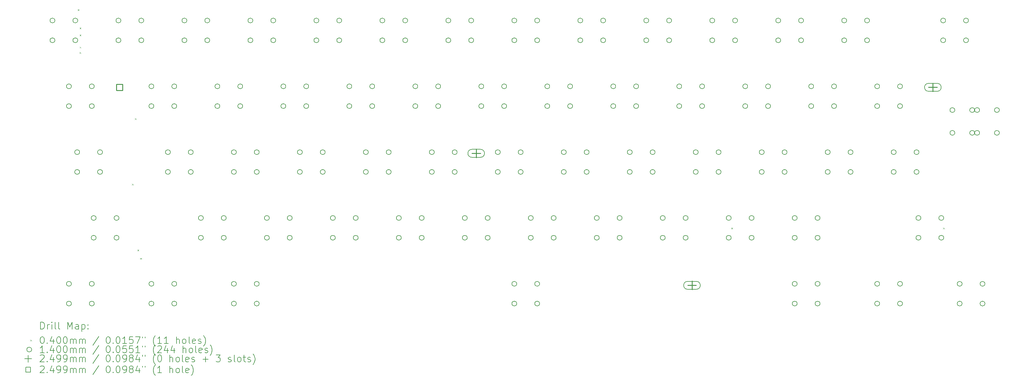
<source format=gbr>
%FSLAX45Y45*%
G04 Gerber Fmt 4.5, Leading zero omitted, Abs format (unit mm)*
G04 Created by KiCad (PCBNEW (6.0.4)) date 2022-08-29 03:31:14*
%MOMM*%
%LPD*%
G01*
G04 APERTURE LIST*
%ADD10C,0.200000*%
%ADD11C,0.040000*%
%ADD12C,0.140000*%
%ADD13C,0.249936*%
%ADD14C,0.249940*%
G04 APERTURE END LIST*
D10*
D11*
X2621600Y8960800D02*
X2661600Y8920800D01*
X2661600Y8960800D02*
X2621600Y8920800D01*
X2675146Y7719375D02*
X2715146Y7679375D01*
X2715146Y7719375D02*
X2675146Y7679375D01*
X2678523Y8228398D02*
X2718523Y8188398D01*
X2718523Y8228398D02*
X2678523Y8188398D01*
X2678750Y8433750D02*
X2718750Y8393750D01*
X2718750Y8433750D02*
X2678750Y8393750D01*
X2678750Y7878125D02*
X2718750Y7838125D01*
X2718750Y7878125D02*
X2678750Y7838125D01*
X4186875Y3909375D02*
X4226875Y3869375D01*
X4226875Y3909375D02*
X4186875Y3869375D01*
X4273175Y5808125D02*
X4313175Y5768125D01*
X4313175Y5808125D02*
X4273175Y5768125D01*
X4345625Y2004375D02*
X4385625Y1964375D01*
X4385625Y2004375D02*
X4345625Y1964375D01*
X4425000Y1766250D02*
X4465000Y1726250D01*
X4465000Y1766250D02*
X4425000Y1726250D01*
X21490625Y2639375D02*
X21530625Y2599375D01*
X21530625Y2639375D02*
X21490625Y2599375D01*
X27608075Y2639375D02*
X27648075Y2599375D01*
X27648075Y2639375D02*
X27608075Y2599375D01*
D12*
X1962500Y8636500D02*
G75*
G03*
X1962500Y8636500I-70000J0D01*
G01*
X1962500Y8064500D02*
G75*
G03*
X1962500Y8064500I-70000J0D01*
G01*
X2438750Y6731500D02*
G75*
G03*
X2438750Y6731500I-70000J0D01*
G01*
X2438750Y6159500D02*
G75*
G03*
X2438750Y6159500I-70000J0D01*
G01*
X2438750Y1016500D02*
G75*
G03*
X2438750Y1016500I-70000J0D01*
G01*
X2438750Y444500D02*
G75*
G03*
X2438750Y444500I-70000J0D01*
G01*
X2622500Y8636500D02*
G75*
G03*
X2622500Y8636500I-70000J0D01*
G01*
X2622500Y8064500D02*
G75*
G03*
X2622500Y8064500I-70000J0D01*
G01*
X2676875Y4826500D02*
G75*
G03*
X2676875Y4826500I-70000J0D01*
G01*
X2676875Y4254500D02*
G75*
G03*
X2676875Y4254500I-70000J0D01*
G01*
X3098750Y6731500D02*
G75*
G03*
X3098750Y6731500I-70000J0D01*
G01*
X3098750Y6159500D02*
G75*
G03*
X3098750Y6159500I-70000J0D01*
G01*
X3098750Y1016500D02*
G75*
G03*
X3098750Y1016500I-70000J0D01*
G01*
X3098750Y444500D02*
G75*
G03*
X3098750Y444500I-70000J0D01*
G01*
X3153125Y2921500D02*
G75*
G03*
X3153125Y2921500I-70000J0D01*
G01*
X3153125Y2349500D02*
G75*
G03*
X3153125Y2349500I-70000J0D01*
G01*
X3336875Y4826500D02*
G75*
G03*
X3336875Y4826500I-70000J0D01*
G01*
X3336875Y4254500D02*
G75*
G03*
X3336875Y4254500I-70000J0D01*
G01*
X3813125Y2921500D02*
G75*
G03*
X3813125Y2921500I-70000J0D01*
G01*
X3813125Y2349500D02*
G75*
G03*
X3813125Y2349500I-70000J0D01*
G01*
X3867500Y8636500D02*
G75*
G03*
X3867500Y8636500I-70000J0D01*
G01*
X3867500Y8064500D02*
G75*
G03*
X3867500Y8064500I-70000J0D01*
G01*
X4527500Y8636500D02*
G75*
G03*
X4527500Y8636500I-70000J0D01*
G01*
X4527500Y8064500D02*
G75*
G03*
X4527500Y8064500I-70000J0D01*
G01*
X4820000Y6731500D02*
G75*
G03*
X4820000Y6731500I-70000J0D01*
G01*
X4820000Y6159500D02*
G75*
G03*
X4820000Y6159500I-70000J0D01*
G01*
X4820000Y1016500D02*
G75*
G03*
X4820000Y1016500I-70000J0D01*
G01*
X4820000Y444500D02*
G75*
G03*
X4820000Y444500I-70000J0D01*
G01*
X5296250Y4826500D02*
G75*
G03*
X5296250Y4826500I-70000J0D01*
G01*
X5296250Y4254500D02*
G75*
G03*
X5296250Y4254500I-70000J0D01*
G01*
X5480000Y6731500D02*
G75*
G03*
X5480000Y6731500I-70000J0D01*
G01*
X5480000Y6159500D02*
G75*
G03*
X5480000Y6159500I-70000J0D01*
G01*
X5480000Y1016500D02*
G75*
G03*
X5480000Y1016500I-70000J0D01*
G01*
X5480000Y444500D02*
G75*
G03*
X5480000Y444500I-70000J0D01*
G01*
X5772500Y8636500D02*
G75*
G03*
X5772500Y8636500I-70000J0D01*
G01*
X5772500Y8064500D02*
G75*
G03*
X5772500Y8064500I-70000J0D01*
G01*
X5956250Y4826500D02*
G75*
G03*
X5956250Y4826500I-70000J0D01*
G01*
X5956250Y4254500D02*
G75*
G03*
X5956250Y4254500I-70000J0D01*
G01*
X6248750Y2921500D02*
G75*
G03*
X6248750Y2921500I-70000J0D01*
G01*
X6248750Y2349500D02*
G75*
G03*
X6248750Y2349500I-70000J0D01*
G01*
X6432500Y8636500D02*
G75*
G03*
X6432500Y8636500I-70000J0D01*
G01*
X6432500Y8064500D02*
G75*
G03*
X6432500Y8064500I-70000J0D01*
G01*
X6725000Y6731500D02*
G75*
G03*
X6725000Y6731500I-70000J0D01*
G01*
X6725000Y6159500D02*
G75*
G03*
X6725000Y6159500I-70000J0D01*
G01*
X6908750Y2921500D02*
G75*
G03*
X6908750Y2921500I-70000J0D01*
G01*
X6908750Y2349500D02*
G75*
G03*
X6908750Y2349500I-70000J0D01*
G01*
X7201250Y4826500D02*
G75*
G03*
X7201250Y4826500I-70000J0D01*
G01*
X7201250Y4254500D02*
G75*
G03*
X7201250Y4254500I-70000J0D01*
G01*
X7201250Y1016500D02*
G75*
G03*
X7201250Y1016500I-70000J0D01*
G01*
X7201250Y444500D02*
G75*
G03*
X7201250Y444500I-70000J0D01*
G01*
X7385000Y6731500D02*
G75*
G03*
X7385000Y6731500I-70000J0D01*
G01*
X7385000Y6159500D02*
G75*
G03*
X7385000Y6159500I-70000J0D01*
G01*
X7677500Y8636500D02*
G75*
G03*
X7677500Y8636500I-70000J0D01*
G01*
X7677500Y8064500D02*
G75*
G03*
X7677500Y8064500I-70000J0D01*
G01*
X7861250Y4826500D02*
G75*
G03*
X7861250Y4826500I-70000J0D01*
G01*
X7861250Y4254500D02*
G75*
G03*
X7861250Y4254500I-70000J0D01*
G01*
X7861250Y1016500D02*
G75*
G03*
X7861250Y1016500I-70000J0D01*
G01*
X7861250Y444500D02*
G75*
G03*
X7861250Y444500I-70000J0D01*
G01*
X8153750Y2921500D02*
G75*
G03*
X8153750Y2921500I-70000J0D01*
G01*
X8153750Y2349500D02*
G75*
G03*
X8153750Y2349500I-70000J0D01*
G01*
X8337500Y8636500D02*
G75*
G03*
X8337500Y8636500I-70000J0D01*
G01*
X8337500Y8064500D02*
G75*
G03*
X8337500Y8064500I-70000J0D01*
G01*
X8630000Y6731500D02*
G75*
G03*
X8630000Y6731500I-70000J0D01*
G01*
X8630000Y6159500D02*
G75*
G03*
X8630000Y6159500I-70000J0D01*
G01*
X8813750Y2921500D02*
G75*
G03*
X8813750Y2921500I-70000J0D01*
G01*
X8813750Y2349500D02*
G75*
G03*
X8813750Y2349500I-70000J0D01*
G01*
X9106250Y4826500D02*
G75*
G03*
X9106250Y4826500I-70000J0D01*
G01*
X9106250Y4254500D02*
G75*
G03*
X9106250Y4254500I-70000J0D01*
G01*
X9290000Y6731500D02*
G75*
G03*
X9290000Y6731500I-70000J0D01*
G01*
X9290000Y6159500D02*
G75*
G03*
X9290000Y6159500I-70000J0D01*
G01*
X9582500Y8636500D02*
G75*
G03*
X9582500Y8636500I-70000J0D01*
G01*
X9582500Y8064500D02*
G75*
G03*
X9582500Y8064500I-70000J0D01*
G01*
X9766250Y4826500D02*
G75*
G03*
X9766250Y4826500I-70000J0D01*
G01*
X9766250Y4254500D02*
G75*
G03*
X9766250Y4254500I-70000J0D01*
G01*
X10058750Y2921500D02*
G75*
G03*
X10058750Y2921500I-70000J0D01*
G01*
X10058750Y2349500D02*
G75*
G03*
X10058750Y2349500I-70000J0D01*
G01*
X10242500Y8636500D02*
G75*
G03*
X10242500Y8636500I-70000J0D01*
G01*
X10242500Y8064500D02*
G75*
G03*
X10242500Y8064500I-70000J0D01*
G01*
X10535000Y6731500D02*
G75*
G03*
X10535000Y6731500I-70000J0D01*
G01*
X10535000Y6159500D02*
G75*
G03*
X10535000Y6159500I-70000J0D01*
G01*
X10718750Y2921500D02*
G75*
G03*
X10718750Y2921500I-70000J0D01*
G01*
X10718750Y2349500D02*
G75*
G03*
X10718750Y2349500I-70000J0D01*
G01*
X11011250Y4826500D02*
G75*
G03*
X11011250Y4826500I-70000J0D01*
G01*
X11011250Y4254500D02*
G75*
G03*
X11011250Y4254500I-70000J0D01*
G01*
X11195000Y6731500D02*
G75*
G03*
X11195000Y6731500I-70000J0D01*
G01*
X11195000Y6159500D02*
G75*
G03*
X11195000Y6159500I-70000J0D01*
G01*
X11487500Y8636500D02*
G75*
G03*
X11487500Y8636500I-70000J0D01*
G01*
X11487500Y8064500D02*
G75*
G03*
X11487500Y8064500I-70000J0D01*
G01*
X11671250Y4826500D02*
G75*
G03*
X11671250Y4826500I-70000J0D01*
G01*
X11671250Y4254500D02*
G75*
G03*
X11671250Y4254500I-70000J0D01*
G01*
X11963750Y2921500D02*
G75*
G03*
X11963750Y2921500I-70000J0D01*
G01*
X11963750Y2349500D02*
G75*
G03*
X11963750Y2349500I-70000J0D01*
G01*
X12147500Y8636500D02*
G75*
G03*
X12147500Y8636500I-70000J0D01*
G01*
X12147500Y8064500D02*
G75*
G03*
X12147500Y8064500I-70000J0D01*
G01*
X12440000Y6731500D02*
G75*
G03*
X12440000Y6731500I-70000J0D01*
G01*
X12440000Y6159500D02*
G75*
G03*
X12440000Y6159500I-70000J0D01*
G01*
X12623750Y2921500D02*
G75*
G03*
X12623750Y2921500I-70000J0D01*
G01*
X12623750Y2349500D02*
G75*
G03*
X12623750Y2349500I-70000J0D01*
G01*
X12916250Y4826500D02*
G75*
G03*
X12916250Y4826500I-70000J0D01*
G01*
X12916250Y4254500D02*
G75*
G03*
X12916250Y4254500I-70000J0D01*
G01*
X13100000Y6731500D02*
G75*
G03*
X13100000Y6731500I-70000J0D01*
G01*
X13100000Y6159500D02*
G75*
G03*
X13100000Y6159500I-70000J0D01*
G01*
X13392500Y8636500D02*
G75*
G03*
X13392500Y8636500I-70000J0D01*
G01*
X13392500Y8064500D02*
G75*
G03*
X13392500Y8064500I-70000J0D01*
G01*
X13576250Y4826500D02*
G75*
G03*
X13576250Y4826500I-70000J0D01*
G01*
X13576250Y4254500D02*
G75*
G03*
X13576250Y4254500I-70000J0D01*
G01*
X13868750Y2921500D02*
G75*
G03*
X13868750Y2921500I-70000J0D01*
G01*
X13868750Y2349500D02*
G75*
G03*
X13868750Y2349500I-70000J0D01*
G01*
X14052500Y8636500D02*
G75*
G03*
X14052500Y8636500I-70000J0D01*
G01*
X14052500Y8064500D02*
G75*
G03*
X14052500Y8064500I-70000J0D01*
G01*
X14345000Y6731500D02*
G75*
G03*
X14345000Y6731500I-70000J0D01*
G01*
X14345000Y6159500D02*
G75*
G03*
X14345000Y6159500I-70000J0D01*
G01*
X14528750Y2921500D02*
G75*
G03*
X14528750Y2921500I-70000J0D01*
G01*
X14528750Y2349500D02*
G75*
G03*
X14528750Y2349500I-70000J0D01*
G01*
X14821250Y4826500D02*
G75*
G03*
X14821250Y4826500I-70000J0D01*
G01*
X14821250Y4254500D02*
G75*
G03*
X14821250Y4254500I-70000J0D01*
G01*
X15005000Y6731500D02*
G75*
G03*
X15005000Y6731500I-70000J0D01*
G01*
X15005000Y6159500D02*
G75*
G03*
X15005000Y6159500I-70000J0D01*
G01*
X15297500Y8636500D02*
G75*
G03*
X15297500Y8636500I-70000J0D01*
G01*
X15297500Y8064500D02*
G75*
G03*
X15297500Y8064500I-70000J0D01*
G01*
X15297500Y1016500D02*
G75*
G03*
X15297500Y1016500I-70000J0D01*
G01*
X15297500Y444500D02*
G75*
G03*
X15297500Y444500I-70000J0D01*
G01*
X15481250Y4826500D02*
G75*
G03*
X15481250Y4826500I-70000J0D01*
G01*
X15481250Y4254500D02*
G75*
G03*
X15481250Y4254500I-70000J0D01*
G01*
X15773750Y2921500D02*
G75*
G03*
X15773750Y2921500I-70000J0D01*
G01*
X15773750Y2349500D02*
G75*
G03*
X15773750Y2349500I-70000J0D01*
G01*
X15957500Y8636500D02*
G75*
G03*
X15957500Y8636500I-70000J0D01*
G01*
X15957500Y8064500D02*
G75*
G03*
X15957500Y8064500I-70000J0D01*
G01*
X15957500Y1016500D02*
G75*
G03*
X15957500Y1016500I-70000J0D01*
G01*
X15957500Y444500D02*
G75*
G03*
X15957500Y444500I-70000J0D01*
G01*
X16250000Y6731500D02*
G75*
G03*
X16250000Y6731500I-70000J0D01*
G01*
X16250000Y6159500D02*
G75*
G03*
X16250000Y6159500I-70000J0D01*
G01*
X16433750Y2921500D02*
G75*
G03*
X16433750Y2921500I-70000J0D01*
G01*
X16433750Y2349500D02*
G75*
G03*
X16433750Y2349500I-70000J0D01*
G01*
X16726250Y4826500D02*
G75*
G03*
X16726250Y4826500I-70000J0D01*
G01*
X16726250Y4254500D02*
G75*
G03*
X16726250Y4254500I-70000J0D01*
G01*
X16910000Y6731500D02*
G75*
G03*
X16910000Y6731500I-70000J0D01*
G01*
X16910000Y6159500D02*
G75*
G03*
X16910000Y6159500I-70000J0D01*
G01*
X17202500Y8636500D02*
G75*
G03*
X17202500Y8636500I-70000J0D01*
G01*
X17202500Y8064500D02*
G75*
G03*
X17202500Y8064500I-70000J0D01*
G01*
X17386250Y4826500D02*
G75*
G03*
X17386250Y4826500I-70000J0D01*
G01*
X17386250Y4254500D02*
G75*
G03*
X17386250Y4254500I-70000J0D01*
G01*
X17678750Y2921500D02*
G75*
G03*
X17678750Y2921500I-70000J0D01*
G01*
X17678750Y2349500D02*
G75*
G03*
X17678750Y2349500I-70000J0D01*
G01*
X17862500Y8636500D02*
G75*
G03*
X17862500Y8636500I-70000J0D01*
G01*
X17862500Y8064500D02*
G75*
G03*
X17862500Y8064500I-70000J0D01*
G01*
X18155000Y6731500D02*
G75*
G03*
X18155000Y6731500I-70000J0D01*
G01*
X18155000Y6159500D02*
G75*
G03*
X18155000Y6159500I-70000J0D01*
G01*
X18338750Y2921500D02*
G75*
G03*
X18338750Y2921500I-70000J0D01*
G01*
X18338750Y2349500D02*
G75*
G03*
X18338750Y2349500I-70000J0D01*
G01*
X18631250Y4826500D02*
G75*
G03*
X18631250Y4826500I-70000J0D01*
G01*
X18631250Y4254500D02*
G75*
G03*
X18631250Y4254500I-70000J0D01*
G01*
X18815000Y6731500D02*
G75*
G03*
X18815000Y6731500I-70000J0D01*
G01*
X18815000Y6159500D02*
G75*
G03*
X18815000Y6159500I-70000J0D01*
G01*
X19107500Y8636500D02*
G75*
G03*
X19107500Y8636500I-70000J0D01*
G01*
X19107500Y8064500D02*
G75*
G03*
X19107500Y8064500I-70000J0D01*
G01*
X19291250Y4826500D02*
G75*
G03*
X19291250Y4826500I-70000J0D01*
G01*
X19291250Y4254500D02*
G75*
G03*
X19291250Y4254500I-70000J0D01*
G01*
X19583750Y2921500D02*
G75*
G03*
X19583750Y2921500I-70000J0D01*
G01*
X19583750Y2349500D02*
G75*
G03*
X19583750Y2349500I-70000J0D01*
G01*
X19767500Y8636500D02*
G75*
G03*
X19767500Y8636500I-70000J0D01*
G01*
X19767500Y8064500D02*
G75*
G03*
X19767500Y8064500I-70000J0D01*
G01*
X20060000Y6731500D02*
G75*
G03*
X20060000Y6731500I-70000J0D01*
G01*
X20060000Y6159500D02*
G75*
G03*
X20060000Y6159500I-70000J0D01*
G01*
X20243750Y2921500D02*
G75*
G03*
X20243750Y2921500I-70000J0D01*
G01*
X20243750Y2349500D02*
G75*
G03*
X20243750Y2349500I-70000J0D01*
G01*
X20536250Y4826500D02*
G75*
G03*
X20536250Y4826500I-70000J0D01*
G01*
X20536250Y4254500D02*
G75*
G03*
X20536250Y4254500I-70000J0D01*
G01*
X20720000Y6731500D02*
G75*
G03*
X20720000Y6731500I-70000J0D01*
G01*
X20720000Y6159500D02*
G75*
G03*
X20720000Y6159500I-70000J0D01*
G01*
X21012500Y8636500D02*
G75*
G03*
X21012500Y8636500I-70000J0D01*
G01*
X21012500Y8064500D02*
G75*
G03*
X21012500Y8064500I-70000J0D01*
G01*
X21196250Y4826500D02*
G75*
G03*
X21196250Y4826500I-70000J0D01*
G01*
X21196250Y4254500D02*
G75*
G03*
X21196250Y4254500I-70000J0D01*
G01*
X21488750Y2921500D02*
G75*
G03*
X21488750Y2921500I-70000J0D01*
G01*
X21488750Y2349500D02*
G75*
G03*
X21488750Y2349500I-70000J0D01*
G01*
X21672500Y8636500D02*
G75*
G03*
X21672500Y8636500I-70000J0D01*
G01*
X21672500Y8064500D02*
G75*
G03*
X21672500Y8064500I-70000J0D01*
G01*
X21965000Y6731500D02*
G75*
G03*
X21965000Y6731500I-70000J0D01*
G01*
X21965000Y6159500D02*
G75*
G03*
X21965000Y6159500I-70000J0D01*
G01*
X22148750Y2921500D02*
G75*
G03*
X22148750Y2921500I-70000J0D01*
G01*
X22148750Y2349500D02*
G75*
G03*
X22148750Y2349500I-70000J0D01*
G01*
X22441250Y4826500D02*
G75*
G03*
X22441250Y4826500I-70000J0D01*
G01*
X22441250Y4254500D02*
G75*
G03*
X22441250Y4254500I-70000J0D01*
G01*
X22625000Y6731500D02*
G75*
G03*
X22625000Y6731500I-70000J0D01*
G01*
X22625000Y6159500D02*
G75*
G03*
X22625000Y6159500I-70000J0D01*
G01*
X22917500Y8636500D02*
G75*
G03*
X22917500Y8636500I-70000J0D01*
G01*
X22917500Y8064500D02*
G75*
G03*
X22917500Y8064500I-70000J0D01*
G01*
X23101250Y4826500D02*
G75*
G03*
X23101250Y4826500I-70000J0D01*
G01*
X23101250Y4254500D02*
G75*
G03*
X23101250Y4254500I-70000J0D01*
G01*
X23393750Y2921500D02*
G75*
G03*
X23393750Y2921500I-70000J0D01*
G01*
X23393750Y2349500D02*
G75*
G03*
X23393750Y2349500I-70000J0D01*
G01*
X23393750Y1016500D02*
G75*
G03*
X23393750Y1016500I-70000J0D01*
G01*
X23393750Y444500D02*
G75*
G03*
X23393750Y444500I-70000J0D01*
G01*
X23577500Y8636500D02*
G75*
G03*
X23577500Y8636500I-70000J0D01*
G01*
X23577500Y8064500D02*
G75*
G03*
X23577500Y8064500I-70000J0D01*
G01*
X23870000Y6731500D02*
G75*
G03*
X23870000Y6731500I-70000J0D01*
G01*
X23870000Y6159500D02*
G75*
G03*
X23870000Y6159500I-70000J0D01*
G01*
X24053750Y2921500D02*
G75*
G03*
X24053750Y2921500I-70000J0D01*
G01*
X24053750Y2349500D02*
G75*
G03*
X24053750Y2349500I-70000J0D01*
G01*
X24053750Y1016500D02*
G75*
G03*
X24053750Y1016500I-70000J0D01*
G01*
X24053750Y444500D02*
G75*
G03*
X24053750Y444500I-70000J0D01*
G01*
X24346250Y4826500D02*
G75*
G03*
X24346250Y4826500I-70000J0D01*
G01*
X24346250Y4254500D02*
G75*
G03*
X24346250Y4254500I-70000J0D01*
G01*
X24530000Y6731500D02*
G75*
G03*
X24530000Y6731500I-70000J0D01*
G01*
X24530000Y6159500D02*
G75*
G03*
X24530000Y6159500I-70000J0D01*
G01*
X24822500Y8636500D02*
G75*
G03*
X24822500Y8636500I-70000J0D01*
G01*
X24822500Y8064500D02*
G75*
G03*
X24822500Y8064500I-70000J0D01*
G01*
X25006250Y4826500D02*
G75*
G03*
X25006250Y4826500I-70000J0D01*
G01*
X25006250Y4254500D02*
G75*
G03*
X25006250Y4254500I-70000J0D01*
G01*
X25482500Y8636500D02*
G75*
G03*
X25482500Y8636500I-70000J0D01*
G01*
X25482500Y8064500D02*
G75*
G03*
X25482500Y8064500I-70000J0D01*
G01*
X25775000Y6731500D02*
G75*
G03*
X25775000Y6731500I-70000J0D01*
G01*
X25775000Y6159500D02*
G75*
G03*
X25775000Y6159500I-70000J0D01*
G01*
X25775000Y1016500D02*
G75*
G03*
X25775000Y1016500I-70000J0D01*
G01*
X25775000Y444500D02*
G75*
G03*
X25775000Y444500I-70000J0D01*
G01*
X26251250Y4826500D02*
G75*
G03*
X26251250Y4826500I-70000J0D01*
G01*
X26251250Y4254500D02*
G75*
G03*
X26251250Y4254500I-70000J0D01*
G01*
X26435000Y6731500D02*
G75*
G03*
X26435000Y6731500I-70000J0D01*
G01*
X26435000Y6159500D02*
G75*
G03*
X26435000Y6159500I-70000J0D01*
G01*
X26435000Y1016500D02*
G75*
G03*
X26435000Y1016500I-70000J0D01*
G01*
X26435000Y444500D02*
G75*
G03*
X26435000Y444500I-70000J0D01*
G01*
X26911250Y4826500D02*
G75*
G03*
X26911250Y4826500I-70000J0D01*
G01*
X26911250Y4254500D02*
G75*
G03*
X26911250Y4254500I-70000J0D01*
G01*
X26965625Y2921500D02*
G75*
G03*
X26965625Y2921500I-70000J0D01*
G01*
X26965625Y2349500D02*
G75*
G03*
X26965625Y2349500I-70000J0D01*
G01*
X27625625Y2921500D02*
G75*
G03*
X27625625Y2921500I-70000J0D01*
G01*
X27625625Y2349500D02*
G75*
G03*
X27625625Y2349500I-70000J0D01*
G01*
X27680000Y8636500D02*
G75*
G03*
X27680000Y8636500I-70000J0D01*
G01*
X27680000Y8064500D02*
G75*
G03*
X27680000Y8064500I-70000J0D01*
G01*
X27946000Y6045000D02*
G75*
G03*
X27946000Y6045000I-70000J0D01*
G01*
X27946000Y5385000D02*
G75*
G03*
X27946000Y5385000I-70000J0D01*
G01*
X28156250Y1016500D02*
G75*
G03*
X28156250Y1016500I-70000J0D01*
G01*
X28156250Y444500D02*
G75*
G03*
X28156250Y444500I-70000J0D01*
G01*
X28340000Y8636500D02*
G75*
G03*
X28340000Y8636500I-70000J0D01*
G01*
X28340000Y8064500D02*
G75*
G03*
X28340000Y8064500I-70000J0D01*
G01*
X28518000Y6045000D02*
G75*
G03*
X28518000Y6045000I-70000J0D01*
G01*
X28518000Y5385000D02*
G75*
G03*
X28518000Y5385000I-70000J0D01*
G01*
X28660375Y6045000D02*
G75*
G03*
X28660375Y6045000I-70000J0D01*
G01*
X28660375Y5385000D02*
G75*
G03*
X28660375Y5385000I-70000J0D01*
G01*
X28816250Y1016500D02*
G75*
G03*
X28816250Y1016500I-70000J0D01*
G01*
X28816250Y444500D02*
G75*
G03*
X28816250Y444500I-70000J0D01*
G01*
X29232375Y6045000D02*
G75*
G03*
X29232375Y6045000I-70000J0D01*
G01*
X29232375Y5385000D02*
G75*
G03*
X29232375Y5385000I-70000J0D01*
G01*
D13*
X14127500Y4917468D02*
X14127500Y4667532D01*
X14002532Y4792500D02*
X14252468Y4792500D01*
D10*
X14002405Y4677532D02*
X14252595Y4677532D01*
X14002405Y4907468D02*
X14252595Y4907468D01*
X14252595Y4677532D02*
G75*
G03*
X14252595Y4907468I0J114968D01*
G01*
X14002405Y4907468D02*
G75*
G03*
X14002405Y4677532I0J-114968D01*
G01*
D13*
X20357500Y1097468D02*
X20357500Y847532D01*
X20232532Y972500D02*
X20482468Y972500D01*
D10*
X20232405Y857532D02*
X20482595Y857532D01*
X20232405Y1087468D02*
X20482595Y1087468D01*
X20482595Y857532D02*
G75*
G03*
X20482595Y1087468I0J114968D01*
G01*
X20232405Y1087468D02*
G75*
G03*
X20232405Y857532I0J-114968D01*
G01*
D13*
X27312500Y6827468D02*
X27312500Y6577532D01*
X27187532Y6702500D02*
X27437468Y6702500D01*
D10*
X27187405Y6587532D02*
X27437595Y6587532D01*
X27187405Y6817468D02*
X27437595Y6817468D01*
X27437595Y6587532D02*
G75*
G03*
X27437595Y6817468I0J114968D01*
G01*
X27187405Y6817468D02*
G75*
G03*
X27187405Y6587532I0J-114968D01*
G01*
D14*
X3915868Y6614132D02*
X3915868Y6790868D01*
X3739132Y6790868D01*
X3739132Y6614132D01*
X3915868Y6614132D01*
D10*
X1550119Y-292976D02*
X1550119Y-92976D01*
X1597738Y-92976D01*
X1626309Y-102500D01*
X1645357Y-121548D01*
X1654881Y-140595D01*
X1664405Y-178690D01*
X1664405Y-207262D01*
X1654881Y-245357D01*
X1645357Y-264405D01*
X1626309Y-283452D01*
X1597738Y-292976D01*
X1550119Y-292976D01*
X1750119Y-292976D02*
X1750119Y-159643D01*
X1750119Y-197738D02*
X1759643Y-178690D01*
X1769167Y-169167D01*
X1788214Y-159643D01*
X1807262Y-159643D01*
X1873928Y-292976D02*
X1873928Y-159643D01*
X1873928Y-92976D02*
X1864405Y-102500D01*
X1873928Y-112024D01*
X1883452Y-102500D01*
X1873928Y-92976D01*
X1873928Y-112024D01*
X1997738Y-292976D02*
X1978690Y-283452D01*
X1969167Y-264405D01*
X1969167Y-92976D01*
X2102500Y-292976D02*
X2083452Y-283452D01*
X2073928Y-264405D01*
X2073928Y-92976D01*
X2331071Y-292976D02*
X2331071Y-92976D01*
X2397738Y-235833D01*
X2464405Y-92976D01*
X2464405Y-292976D01*
X2645357Y-292976D02*
X2645357Y-188214D01*
X2635833Y-169167D01*
X2616786Y-159643D01*
X2578690Y-159643D01*
X2559643Y-169167D01*
X2645357Y-283452D02*
X2626310Y-292976D01*
X2578690Y-292976D01*
X2559643Y-283452D01*
X2550119Y-264405D01*
X2550119Y-245357D01*
X2559643Y-226309D01*
X2578690Y-216786D01*
X2626310Y-216786D01*
X2645357Y-207262D01*
X2740595Y-159643D02*
X2740595Y-359643D01*
X2740595Y-169167D02*
X2759643Y-159643D01*
X2797738Y-159643D01*
X2816786Y-169167D01*
X2826309Y-178690D01*
X2835833Y-197738D01*
X2835833Y-254881D01*
X2826309Y-273929D01*
X2816786Y-283452D01*
X2797738Y-292976D01*
X2759643Y-292976D01*
X2740595Y-283452D01*
X2921548Y-273929D02*
X2931071Y-283452D01*
X2921548Y-292976D01*
X2912024Y-283452D01*
X2921548Y-273929D01*
X2921548Y-292976D01*
X2921548Y-169167D02*
X2931071Y-178690D01*
X2921548Y-188214D01*
X2912024Y-178690D01*
X2921548Y-169167D01*
X2921548Y-188214D01*
D11*
X1252500Y-602500D02*
X1292500Y-642500D01*
X1292500Y-602500D02*
X1252500Y-642500D01*
D10*
X1588214Y-512976D02*
X1607262Y-512976D01*
X1626309Y-522500D01*
X1635833Y-532024D01*
X1645357Y-551071D01*
X1654881Y-589167D01*
X1654881Y-636786D01*
X1645357Y-674881D01*
X1635833Y-693929D01*
X1626309Y-703452D01*
X1607262Y-712976D01*
X1588214Y-712976D01*
X1569167Y-703452D01*
X1559643Y-693929D01*
X1550119Y-674881D01*
X1540595Y-636786D01*
X1540595Y-589167D01*
X1550119Y-551071D01*
X1559643Y-532024D01*
X1569167Y-522500D01*
X1588214Y-512976D01*
X1740595Y-693929D02*
X1750119Y-703452D01*
X1740595Y-712976D01*
X1731071Y-703452D01*
X1740595Y-693929D01*
X1740595Y-712976D01*
X1921548Y-579643D02*
X1921548Y-712976D01*
X1873928Y-503452D02*
X1826309Y-646310D01*
X1950119Y-646310D01*
X2064405Y-512976D02*
X2083452Y-512976D01*
X2102500Y-522500D01*
X2112024Y-532024D01*
X2121548Y-551071D01*
X2131071Y-589167D01*
X2131071Y-636786D01*
X2121548Y-674881D01*
X2112024Y-693929D01*
X2102500Y-703452D01*
X2083452Y-712976D01*
X2064405Y-712976D01*
X2045357Y-703452D01*
X2035833Y-693929D01*
X2026309Y-674881D01*
X2016786Y-636786D01*
X2016786Y-589167D01*
X2026309Y-551071D01*
X2035833Y-532024D01*
X2045357Y-522500D01*
X2064405Y-512976D01*
X2254881Y-512976D02*
X2273929Y-512976D01*
X2292976Y-522500D01*
X2302500Y-532024D01*
X2312024Y-551071D01*
X2321548Y-589167D01*
X2321548Y-636786D01*
X2312024Y-674881D01*
X2302500Y-693929D01*
X2292976Y-703452D01*
X2273929Y-712976D01*
X2254881Y-712976D01*
X2235833Y-703452D01*
X2226310Y-693929D01*
X2216786Y-674881D01*
X2207262Y-636786D01*
X2207262Y-589167D01*
X2216786Y-551071D01*
X2226310Y-532024D01*
X2235833Y-522500D01*
X2254881Y-512976D01*
X2407262Y-712976D02*
X2407262Y-579643D01*
X2407262Y-598690D02*
X2416786Y-589167D01*
X2435833Y-579643D01*
X2464405Y-579643D01*
X2483452Y-589167D01*
X2492976Y-608214D01*
X2492976Y-712976D01*
X2492976Y-608214D02*
X2502500Y-589167D01*
X2521548Y-579643D01*
X2550119Y-579643D01*
X2569167Y-589167D01*
X2578690Y-608214D01*
X2578690Y-712976D01*
X2673929Y-712976D02*
X2673929Y-579643D01*
X2673929Y-598690D02*
X2683452Y-589167D01*
X2702500Y-579643D01*
X2731071Y-579643D01*
X2750119Y-589167D01*
X2759643Y-608214D01*
X2759643Y-712976D01*
X2759643Y-608214D02*
X2769167Y-589167D01*
X2788214Y-579643D01*
X2816786Y-579643D01*
X2835833Y-589167D01*
X2845357Y-608214D01*
X2845357Y-712976D01*
X3235833Y-503452D02*
X3064405Y-760595D01*
X3492976Y-512976D02*
X3512024Y-512976D01*
X3531071Y-522500D01*
X3540595Y-532024D01*
X3550119Y-551071D01*
X3559643Y-589167D01*
X3559643Y-636786D01*
X3550119Y-674881D01*
X3540595Y-693929D01*
X3531071Y-703452D01*
X3512024Y-712976D01*
X3492976Y-712976D01*
X3473928Y-703452D01*
X3464405Y-693929D01*
X3454881Y-674881D01*
X3445357Y-636786D01*
X3445357Y-589167D01*
X3454881Y-551071D01*
X3464405Y-532024D01*
X3473928Y-522500D01*
X3492976Y-512976D01*
X3645357Y-693929D02*
X3654881Y-703452D01*
X3645357Y-712976D01*
X3635833Y-703452D01*
X3645357Y-693929D01*
X3645357Y-712976D01*
X3778690Y-512976D02*
X3797738Y-512976D01*
X3816786Y-522500D01*
X3826309Y-532024D01*
X3835833Y-551071D01*
X3845357Y-589167D01*
X3845357Y-636786D01*
X3835833Y-674881D01*
X3826309Y-693929D01*
X3816786Y-703452D01*
X3797738Y-712976D01*
X3778690Y-712976D01*
X3759643Y-703452D01*
X3750119Y-693929D01*
X3740595Y-674881D01*
X3731071Y-636786D01*
X3731071Y-589167D01*
X3740595Y-551071D01*
X3750119Y-532024D01*
X3759643Y-522500D01*
X3778690Y-512976D01*
X4035833Y-712976D02*
X3921548Y-712976D01*
X3978690Y-712976D02*
X3978690Y-512976D01*
X3959643Y-541548D01*
X3940595Y-560595D01*
X3921548Y-570119D01*
X4216786Y-512976D02*
X4121548Y-512976D01*
X4112024Y-608214D01*
X4121548Y-598690D01*
X4140595Y-589167D01*
X4188214Y-589167D01*
X4207262Y-598690D01*
X4216786Y-608214D01*
X4226310Y-627262D01*
X4226310Y-674881D01*
X4216786Y-693929D01*
X4207262Y-703452D01*
X4188214Y-712976D01*
X4140595Y-712976D01*
X4121548Y-703452D01*
X4112024Y-693929D01*
X4292976Y-512976D02*
X4426310Y-512976D01*
X4340595Y-712976D01*
X4492976Y-512976D02*
X4492976Y-551071D01*
X4569167Y-512976D02*
X4569167Y-551071D01*
X4864405Y-789167D02*
X4854881Y-779643D01*
X4835833Y-751071D01*
X4826310Y-732024D01*
X4816786Y-703452D01*
X4807262Y-655833D01*
X4807262Y-617738D01*
X4816786Y-570119D01*
X4826310Y-541548D01*
X4835833Y-522500D01*
X4854881Y-493928D01*
X4864405Y-484405D01*
X5045357Y-712976D02*
X4931071Y-712976D01*
X4988214Y-712976D02*
X4988214Y-512976D01*
X4969167Y-541548D01*
X4950119Y-560595D01*
X4931071Y-570119D01*
X5235833Y-712976D02*
X5121548Y-712976D01*
X5178690Y-712976D02*
X5178690Y-512976D01*
X5159643Y-541548D01*
X5140595Y-560595D01*
X5121548Y-570119D01*
X5473929Y-712976D02*
X5473929Y-512976D01*
X5559643Y-712976D02*
X5559643Y-608214D01*
X5550119Y-589167D01*
X5531071Y-579643D01*
X5502500Y-579643D01*
X5483452Y-589167D01*
X5473929Y-598690D01*
X5683452Y-712976D02*
X5664405Y-703452D01*
X5654881Y-693929D01*
X5645357Y-674881D01*
X5645357Y-617738D01*
X5654881Y-598690D01*
X5664405Y-589167D01*
X5683452Y-579643D01*
X5712024Y-579643D01*
X5731071Y-589167D01*
X5740595Y-598690D01*
X5750119Y-617738D01*
X5750119Y-674881D01*
X5740595Y-693929D01*
X5731071Y-703452D01*
X5712024Y-712976D01*
X5683452Y-712976D01*
X5864405Y-712976D02*
X5845357Y-703452D01*
X5835833Y-684405D01*
X5835833Y-512976D01*
X6016786Y-703452D02*
X5997738Y-712976D01*
X5959643Y-712976D01*
X5940595Y-703452D01*
X5931071Y-684405D01*
X5931071Y-608214D01*
X5940595Y-589167D01*
X5959643Y-579643D01*
X5997738Y-579643D01*
X6016786Y-589167D01*
X6026309Y-608214D01*
X6026309Y-627262D01*
X5931071Y-646310D01*
X6102500Y-703452D02*
X6121548Y-712976D01*
X6159643Y-712976D01*
X6178690Y-703452D01*
X6188214Y-684405D01*
X6188214Y-674881D01*
X6178690Y-655833D01*
X6159643Y-646310D01*
X6131071Y-646310D01*
X6112024Y-636786D01*
X6102500Y-617738D01*
X6102500Y-608214D01*
X6112024Y-589167D01*
X6131071Y-579643D01*
X6159643Y-579643D01*
X6178690Y-589167D01*
X6254881Y-789167D02*
X6264405Y-779643D01*
X6283452Y-751071D01*
X6292976Y-732024D01*
X6302500Y-703452D01*
X6312024Y-655833D01*
X6312024Y-617738D01*
X6302500Y-570119D01*
X6292976Y-541548D01*
X6283452Y-522500D01*
X6264405Y-493928D01*
X6254881Y-484405D01*
D12*
X1292500Y-886500D02*
G75*
G03*
X1292500Y-886500I-70000J0D01*
G01*
D10*
X1654881Y-976976D02*
X1540595Y-976976D01*
X1597738Y-976976D02*
X1597738Y-776976D01*
X1578690Y-805548D01*
X1559643Y-824595D01*
X1540595Y-834119D01*
X1740595Y-957928D02*
X1750119Y-967452D01*
X1740595Y-976976D01*
X1731071Y-967452D01*
X1740595Y-957928D01*
X1740595Y-976976D01*
X1921548Y-843643D02*
X1921548Y-976976D01*
X1873928Y-767452D02*
X1826309Y-910309D01*
X1950119Y-910309D01*
X2064405Y-776976D02*
X2083452Y-776976D01*
X2102500Y-786500D01*
X2112024Y-796024D01*
X2121548Y-815071D01*
X2131071Y-853167D01*
X2131071Y-900786D01*
X2121548Y-938881D01*
X2112024Y-957928D01*
X2102500Y-967452D01*
X2083452Y-976976D01*
X2064405Y-976976D01*
X2045357Y-967452D01*
X2035833Y-957928D01*
X2026309Y-938881D01*
X2016786Y-900786D01*
X2016786Y-853167D01*
X2026309Y-815071D01*
X2035833Y-796024D01*
X2045357Y-786500D01*
X2064405Y-776976D01*
X2254881Y-776976D02*
X2273929Y-776976D01*
X2292976Y-786500D01*
X2302500Y-796024D01*
X2312024Y-815071D01*
X2321548Y-853167D01*
X2321548Y-900786D01*
X2312024Y-938881D01*
X2302500Y-957928D01*
X2292976Y-967452D01*
X2273929Y-976976D01*
X2254881Y-976976D01*
X2235833Y-967452D01*
X2226310Y-957928D01*
X2216786Y-938881D01*
X2207262Y-900786D01*
X2207262Y-853167D01*
X2216786Y-815071D01*
X2226310Y-796024D01*
X2235833Y-786500D01*
X2254881Y-776976D01*
X2407262Y-976976D02*
X2407262Y-843643D01*
X2407262Y-862690D02*
X2416786Y-853167D01*
X2435833Y-843643D01*
X2464405Y-843643D01*
X2483452Y-853167D01*
X2492976Y-872214D01*
X2492976Y-976976D01*
X2492976Y-872214D02*
X2502500Y-853167D01*
X2521548Y-843643D01*
X2550119Y-843643D01*
X2569167Y-853167D01*
X2578690Y-872214D01*
X2578690Y-976976D01*
X2673929Y-976976D02*
X2673929Y-843643D01*
X2673929Y-862690D02*
X2683452Y-853167D01*
X2702500Y-843643D01*
X2731071Y-843643D01*
X2750119Y-853167D01*
X2759643Y-872214D01*
X2759643Y-976976D01*
X2759643Y-872214D02*
X2769167Y-853167D01*
X2788214Y-843643D01*
X2816786Y-843643D01*
X2835833Y-853167D01*
X2845357Y-872214D01*
X2845357Y-976976D01*
X3235833Y-767452D02*
X3064405Y-1024595D01*
X3492976Y-776976D02*
X3512024Y-776976D01*
X3531071Y-786500D01*
X3540595Y-796024D01*
X3550119Y-815071D01*
X3559643Y-853167D01*
X3559643Y-900786D01*
X3550119Y-938881D01*
X3540595Y-957928D01*
X3531071Y-967452D01*
X3512024Y-976976D01*
X3492976Y-976976D01*
X3473928Y-967452D01*
X3464405Y-957928D01*
X3454881Y-938881D01*
X3445357Y-900786D01*
X3445357Y-853167D01*
X3454881Y-815071D01*
X3464405Y-796024D01*
X3473928Y-786500D01*
X3492976Y-776976D01*
X3645357Y-957928D02*
X3654881Y-967452D01*
X3645357Y-976976D01*
X3635833Y-967452D01*
X3645357Y-957928D01*
X3645357Y-976976D01*
X3778690Y-776976D02*
X3797738Y-776976D01*
X3816786Y-786500D01*
X3826309Y-796024D01*
X3835833Y-815071D01*
X3845357Y-853167D01*
X3845357Y-900786D01*
X3835833Y-938881D01*
X3826309Y-957928D01*
X3816786Y-967452D01*
X3797738Y-976976D01*
X3778690Y-976976D01*
X3759643Y-967452D01*
X3750119Y-957928D01*
X3740595Y-938881D01*
X3731071Y-900786D01*
X3731071Y-853167D01*
X3740595Y-815071D01*
X3750119Y-796024D01*
X3759643Y-786500D01*
X3778690Y-776976D01*
X4026309Y-776976D02*
X3931071Y-776976D01*
X3921548Y-872214D01*
X3931071Y-862690D01*
X3950119Y-853167D01*
X3997738Y-853167D01*
X4016786Y-862690D01*
X4026309Y-872214D01*
X4035833Y-891262D01*
X4035833Y-938881D01*
X4026309Y-957928D01*
X4016786Y-967452D01*
X3997738Y-976976D01*
X3950119Y-976976D01*
X3931071Y-967452D01*
X3921548Y-957928D01*
X4216786Y-776976D02*
X4121548Y-776976D01*
X4112024Y-872214D01*
X4121548Y-862690D01*
X4140595Y-853167D01*
X4188214Y-853167D01*
X4207262Y-862690D01*
X4216786Y-872214D01*
X4226310Y-891262D01*
X4226310Y-938881D01*
X4216786Y-957928D01*
X4207262Y-967452D01*
X4188214Y-976976D01*
X4140595Y-976976D01*
X4121548Y-967452D01*
X4112024Y-957928D01*
X4416786Y-976976D02*
X4302500Y-976976D01*
X4359643Y-976976D02*
X4359643Y-776976D01*
X4340595Y-805548D01*
X4321548Y-824595D01*
X4302500Y-834119D01*
X4492976Y-776976D02*
X4492976Y-815071D01*
X4569167Y-776976D02*
X4569167Y-815071D01*
X4864405Y-1053167D02*
X4854881Y-1043643D01*
X4835833Y-1015071D01*
X4826310Y-996024D01*
X4816786Y-967452D01*
X4807262Y-919833D01*
X4807262Y-881738D01*
X4816786Y-834119D01*
X4826310Y-805548D01*
X4835833Y-786500D01*
X4854881Y-757928D01*
X4864405Y-748405D01*
X4931071Y-796024D02*
X4940595Y-786500D01*
X4959643Y-776976D01*
X5007262Y-776976D01*
X5026310Y-786500D01*
X5035833Y-796024D01*
X5045357Y-815071D01*
X5045357Y-834119D01*
X5035833Y-862690D01*
X4921548Y-976976D01*
X5045357Y-976976D01*
X5216786Y-843643D02*
X5216786Y-976976D01*
X5169167Y-767452D02*
X5121548Y-910309D01*
X5245357Y-910309D01*
X5407262Y-843643D02*
X5407262Y-976976D01*
X5359643Y-767452D02*
X5312024Y-910309D01*
X5435833Y-910309D01*
X5664405Y-976976D02*
X5664405Y-776976D01*
X5750119Y-976976D02*
X5750119Y-872214D01*
X5740595Y-853167D01*
X5721548Y-843643D01*
X5692976Y-843643D01*
X5673928Y-853167D01*
X5664405Y-862690D01*
X5873928Y-976976D02*
X5854881Y-967452D01*
X5845357Y-957928D01*
X5835833Y-938881D01*
X5835833Y-881738D01*
X5845357Y-862690D01*
X5854881Y-853167D01*
X5873928Y-843643D01*
X5902500Y-843643D01*
X5921548Y-853167D01*
X5931071Y-862690D01*
X5940595Y-881738D01*
X5940595Y-938881D01*
X5931071Y-957928D01*
X5921548Y-967452D01*
X5902500Y-976976D01*
X5873928Y-976976D01*
X6054881Y-976976D02*
X6035833Y-967452D01*
X6026309Y-948405D01*
X6026309Y-776976D01*
X6207262Y-967452D02*
X6188214Y-976976D01*
X6150119Y-976976D01*
X6131071Y-967452D01*
X6121548Y-948405D01*
X6121548Y-872214D01*
X6131071Y-853167D01*
X6150119Y-843643D01*
X6188214Y-843643D01*
X6207262Y-853167D01*
X6216786Y-872214D01*
X6216786Y-891262D01*
X6121548Y-910309D01*
X6292976Y-967452D02*
X6312024Y-976976D01*
X6350119Y-976976D01*
X6369167Y-967452D01*
X6378690Y-948405D01*
X6378690Y-938881D01*
X6369167Y-919833D01*
X6350119Y-910309D01*
X6321548Y-910309D01*
X6302500Y-900786D01*
X6292976Y-881738D01*
X6292976Y-872214D01*
X6302500Y-853167D01*
X6321548Y-843643D01*
X6350119Y-843643D01*
X6369167Y-853167D01*
X6445357Y-1053167D02*
X6454881Y-1043643D01*
X6473928Y-1015071D01*
X6483452Y-996024D01*
X6492976Y-967452D01*
X6502500Y-919833D01*
X6502500Y-881738D01*
X6492976Y-834119D01*
X6483452Y-805548D01*
X6473928Y-786500D01*
X6454881Y-757928D01*
X6445357Y-748405D01*
X1192500Y-1050500D02*
X1192500Y-1250500D01*
X1092500Y-1150500D02*
X1292500Y-1150500D01*
X1540595Y-1060024D02*
X1550119Y-1050500D01*
X1569167Y-1040976D01*
X1616786Y-1040976D01*
X1635833Y-1050500D01*
X1645357Y-1060024D01*
X1654881Y-1079071D01*
X1654881Y-1098119D01*
X1645357Y-1126690D01*
X1531071Y-1240976D01*
X1654881Y-1240976D01*
X1740595Y-1221929D02*
X1750119Y-1231452D01*
X1740595Y-1240976D01*
X1731071Y-1231452D01*
X1740595Y-1221929D01*
X1740595Y-1240976D01*
X1921548Y-1107643D02*
X1921548Y-1240976D01*
X1873928Y-1031452D02*
X1826309Y-1174310D01*
X1950119Y-1174310D01*
X2035833Y-1240976D02*
X2073928Y-1240976D01*
X2092976Y-1231452D01*
X2102500Y-1221929D01*
X2121548Y-1193357D01*
X2131071Y-1155262D01*
X2131071Y-1079071D01*
X2121548Y-1060024D01*
X2112024Y-1050500D01*
X2092976Y-1040976D01*
X2054881Y-1040976D01*
X2035833Y-1050500D01*
X2026309Y-1060024D01*
X2016786Y-1079071D01*
X2016786Y-1126690D01*
X2026309Y-1145738D01*
X2035833Y-1155262D01*
X2054881Y-1164786D01*
X2092976Y-1164786D01*
X2112024Y-1155262D01*
X2121548Y-1145738D01*
X2131071Y-1126690D01*
X2226310Y-1240976D02*
X2264405Y-1240976D01*
X2283452Y-1231452D01*
X2292976Y-1221929D01*
X2312024Y-1193357D01*
X2321548Y-1155262D01*
X2321548Y-1079071D01*
X2312024Y-1060024D01*
X2302500Y-1050500D01*
X2283452Y-1040976D01*
X2245357Y-1040976D01*
X2226310Y-1050500D01*
X2216786Y-1060024D01*
X2207262Y-1079071D01*
X2207262Y-1126690D01*
X2216786Y-1145738D01*
X2226310Y-1155262D01*
X2245357Y-1164786D01*
X2283452Y-1164786D01*
X2302500Y-1155262D01*
X2312024Y-1145738D01*
X2321548Y-1126690D01*
X2407262Y-1240976D02*
X2407262Y-1107643D01*
X2407262Y-1126690D02*
X2416786Y-1117167D01*
X2435833Y-1107643D01*
X2464405Y-1107643D01*
X2483452Y-1117167D01*
X2492976Y-1136214D01*
X2492976Y-1240976D01*
X2492976Y-1136214D02*
X2502500Y-1117167D01*
X2521548Y-1107643D01*
X2550119Y-1107643D01*
X2569167Y-1117167D01*
X2578690Y-1136214D01*
X2578690Y-1240976D01*
X2673929Y-1240976D02*
X2673929Y-1107643D01*
X2673929Y-1126690D02*
X2683452Y-1117167D01*
X2702500Y-1107643D01*
X2731071Y-1107643D01*
X2750119Y-1117167D01*
X2759643Y-1136214D01*
X2759643Y-1240976D01*
X2759643Y-1136214D02*
X2769167Y-1117167D01*
X2788214Y-1107643D01*
X2816786Y-1107643D01*
X2835833Y-1117167D01*
X2845357Y-1136214D01*
X2845357Y-1240976D01*
X3235833Y-1031452D02*
X3064405Y-1288595D01*
X3492976Y-1040976D02*
X3512024Y-1040976D01*
X3531071Y-1050500D01*
X3540595Y-1060024D01*
X3550119Y-1079071D01*
X3559643Y-1117167D01*
X3559643Y-1164786D01*
X3550119Y-1202881D01*
X3540595Y-1221929D01*
X3531071Y-1231452D01*
X3512024Y-1240976D01*
X3492976Y-1240976D01*
X3473928Y-1231452D01*
X3464405Y-1221929D01*
X3454881Y-1202881D01*
X3445357Y-1164786D01*
X3445357Y-1117167D01*
X3454881Y-1079071D01*
X3464405Y-1060024D01*
X3473928Y-1050500D01*
X3492976Y-1040976D01*
X3645357Y-1221929D02*
X3654881Y-1231452D01*
X3645357Y-1240976D01*
X3635833Y-1231452D01*
X3645357Y-1221929D01*
X3645357Y-1240976D01*
X3778690Y-1040976D02*
X3797738Y-1040976D01*
X3816786Y-1050500D01*
X3826309Y-1060024D01*
X3835833Y-1079071D01*
X3845357Y-1117167D01*
X3845357Y-1164786D01*
X3835833Y-1202881D01*
X3826309Y-1221929D01*
X3816786Y-1231452D01*
X3797738Y-1240976D01*
X3778690Y-1240976D01*
X3759643Y-1231452D01*
X3750119Y-1221929D01*
X3740595Y-1202881D01*
X3731071Y-1164786D01*
X3731071Y-1117167D01*
X3740595Y-1079071D01*
X3750119Y-1060024D01*
X3759643Y-1050500D01*
X3778690Y-1040976D01*
X3940595Y-1240976D02*
X3978690Y-1240976D01*
X3997738Y-1231452D01*
X4007262Y-1221929D01*
X4026309Y-1193357D01*
X4035833Y-1155262D01*
X4035833Y-1079071D01*
X4026309Y-1060024D01*
X4016786Y-1050500D01*
X3997738Y-1040976D01*
X3959643Y-1040976D01*
X3940595Y-1050500D01*
X3931071Y-1060024D01*
X3921548Y-1079071D01*
X3921548Y-1126690D01*
X3931071Y-1145738D01*
X3940595Y-1155262D01*
X3959643Y-1164786D01*
X3997738Y-1164786D01*
X4016786Y-1155262D01*
X4026309Y-1145738D01*
X4035833Y-1126690D01*
X4150119Y-1126690D02*
X4131071Y-1117167D01*
X4121548Y-1107643D01*
X4112024Y-1088595D01*
X4112024Y-1079071D01*
X4121548Y-1060024D01*
X4131071Y-1050500D01*
X4150119Y-1040976D01*
X4188214Y-1040976D01*
X4207262Y-1050500D01*
X4216786Y-1060024D01*
X4226310Y-1079071D01*
X4226310Y-1088595D01*
X4216786Y-1107643D01*
X4207262Y-1117167D01*
X4188214Y-1126690D01*
X4150119Y-1126690D01*
X4131071Y-1136214D01*
X4121548Y-1145738D01*
X4112024Y-1164786D01*
X4112024Y-1202881D01*
X4121548Y-1221929D01*
X4131071Y-1231452D01*
X4150119Y-1240976D01*
X4188214Y-1240976D01*
X4207262Y-1231452D01*
X4216786Y-1221929D01*
X4226310Y-1202881D01*
X4226310Y-1164786D01*
X4216786Y-1145738D01*
X4207262Y-1136214D01*
X4188214Y-1126690D01*
X4397738Y-1107643D02*
X4397738Y-1240976D01*
X4350119Y-1031452D02*
X4302500Y-1174310D01*
X4426310Y-1174310D01*
X4492976Y-1040976D02*
X4492976Y-1079071D01*
X4569167Y-1040976D02*
X4569167Y-1079071D01*
X4864405Y-1317167D02*
X4854881Y-1307643D01*
X4835833Y-1279071D01*
X4826310Y-1260024D01*
X4816786Y-1231452D01*
X4807262Y-1183833D01*
X4807262Y-1145738D01*
X4816786Y-1098119D01*
X4826310Y-1069548D01*
X4835833Y-1050500D01*
X4854881Y-1021928D01*
X4864405Y-1012405D01*
X4978690Y-1040976D02*
X4997738Y-1040976D01*
X5016786Y-1050500D01*
X5026310Y-1060024D01*
X5035833Y-1079071D01*
X5045357Y-1117167D01*
X5045357Y-1164786D01*
X5035833Y-1202881D01*
X5026310Y-1221929D01*
X5016786Y-1231452D01*
X4997738Y-1240976D01*
X4978690Y-1240976D01*
X4959643Y-1231452D01*
X4950119Y-1221929D01*
X4940595Y-1202881D01*
X4931071Y-1164786D01*
X4931071Y-1117167D01*
X4940595Y-1079071D01*
X4950119Y-1060024D01*
X4959643Y-1050500D01*
X4978690Y-1040976D01*
X5283452Y-1240976D02*
X5283452Y-1040976D01*
X5369167Y-1240976D02*
X5369167Y-1136214D01*
X5359643Y-1117167D01*
X5340595Y-1107643D01*
X5312024Y-1107643D01*
X5292976Y-1117167D01*
X5283452Y-1126690D01*
X5492976Y-1240976D02*
X5473929Y-1231452D01*
X5464405Y-1221929D01*
X5454881Y-1202881D01*
X5454881Y-1145738D01*
X5464405Y-1126690D01*
X5473929Y-1117167D01*
X5492976Y-1107643D01*
X5521548Y-1107643D01*
X5540595Y-1117167D01*
X5550119Y-1126690D01*
X5559643Y-1145738D01*
X5559643Y-1202881D01*
X5550119Y-1221929D01*
X5540595Y-1231452D01*
X5521548Y-1240976D01*
X5492976Y-1240976D01*
X5673928Y-1240976D02*
X5654881Y-1231452D01*
X5645357Y-1212405D01*
X5645357Y-1040976D01*
X5826309Y-1231452D02*
X5807262Y-1240976D01*
X5769167Y-1240976D01*
X5750119Y-1231452D01*
X5740595Y-1212405D01*
X5740595Y-1136214D01*
X5750119Y-1117167D01*
X5769167Y-1107643D01*
X5807262Y-1107643D01*
X5826309Y-1117167D01*
X5835833Y-1136214D01*
X5835833Y-1155262D01*
X5740595Y-1174310D01*
X5912024Y-1231452D02*
X5931071Y-1240976D01*
X5969167Y-1240976D01*
X5988214Y-1231452D01*
X5997738Y-1212405D01*
X5997738Y-1202881D01*
X5988214Y-1183833D01*
X5969167Y-1174310D01*
X5940595Y-1174310D01*
X5921548Y-1164786D01*
X5912024Y-1145738D01*
X5912024Y-1136214D01*
X5921548Y-1117167D01*
X5940595Y-1107643D01*
X5969167Y-1107643D01*
X5988214Y-1117167D01*
X6235833Y-1164786D02*
X6388214Y-1164786D01*
X6312024Y-1240976D02*
X6312024Y-1088595D01*
X6616786Y-1040976D02*
X6740595Y-1040976D01*
X6673928Y-1117167D01*
X6702500Y-1117167D01*
X6721548Y-1126690D01*
X6731071Y-1136214D01*
X6740595Y-1155262D01*
X6740595Y-1202881D01*
X6731071Y-1221929D01*
X6721548Y-1231452D01*
X6702500Y-1240976D01*
X6645357Y-1240976D01*
X6626309Y-1231452D01*
X6616786Y-1221929D01*
X6969167Y-1231452D02*
X6988214Y-1240976D01*
X7026309Y-1240976D01*
X7045357Y-1231452D01*
X7054881Y-1212405D01*
X7054881Y-1202881D01*
X7045357Y-1183833D01*
X7026309Y-1174310D01*
X6997738Y-1174310D01*
X6978690Y-1164786D01*
X6969167Y-1145738D01*
X6969167Y-1136214D01*
X6978690Y-1117167D01*
X6997738Y-1107643D01*
X7026309Y-1107643D01*
X7045357Y-1117167D01*
X7169167Y-1240976D02*
X7150119Y-1231452D01*
X7140595Y-1212405D01*
X7140595Y-1040976D01*
X7273928Y-1240976D02*
X7254881Y-1231452D01*
X7245357Y-1221929D01*
X7235833Y-1202881D01*
X7235833Y-1145738D01*
X7245357Y-1126690D01*
X7254881Y-1117167D01*
X7273928Y-1107643D01*
X7302500Y-1107643D01*
X7321548Y-1117167D01*
X7331071Y-1126690D01*
X7340595Y-1145738D01*
X7340595Y-1202881D01*
X7331071Y-1221929D01*
X7321548Y-1231452D01*
X7302500Y-1240976D01*
X7273928Y-1240976D01*
X7397738Y-1107643D02*
X7473928Y-1107643D01*
X7426309Y-1040976D02*
X7426309Y-1212405D01*
X7435833Y-1231452D01*
X7454881Y-1240976D01*
X7473928Y-1240976D01*
X7531071Y-1231452D02*
X7550119Y-1240976D01*
X7588214Y-1240976D01*
X7607262Y-1231452D01*
X7616786Y-1212405D01*
X7616786Y-1202881D01*
X7607262Y-1183833D01*
X7588214Y-1174310D01*
X7559643Y-1174310D01*
X7540595Y-1164786D01*
X7531071Y-1145738D01*
X7531071Y-1136214D01*
X7540595Y-1117167D01*
X7559643Y-1107643D01*
X7588214Y-1107643D01*
X7607262Y-1117167D01*
X7683452Y-1317167D02*
X7692976Y-1307643D01*
X7712024Y-1279071D01*
X7721548Y-1260024D01*
X7731071Y-1231452D01*
X7740595Y-1183833D01*
X7740595Y-1145738D01*
X7731071Y-1098119D01*
X7721548Y-1069548D01*
X7712024Y-1050500D01*
X7692976Y-1021928D01*
X7683452Y-1012405D01*
X1263211Y-1541211D02*
X1263211Y-1399789D01*
X1121789Y-1399789D01*
X1121789Y-1541211D01*
X1263211Y-1541211D01*
X1540595Y-1380024D02*
X1550119Y-1370500D01*
X1569167Y-1360976D01*
X1616786Y-1360976D01*
X1635833Y-1370500D01*
X1645357Y-1380024D01*
X1654881Y-1399071D01*
X1654881Y-1418119D01*
X1645357Y-1446690D01*
X1531071Y-1560976D01*
X1654881Y-1560976D01*
X1740595Y-1541928D02*
X1750119Y-1551452D01*
X1740595Y-1560976D01*
X1731071Y-1551452D01*
X1740595Y-1541928D01*
X1740595Y-1560976D01*
X1921548Y-1427643D02*
X1921548Y-1560976D01*
X1873928Y-1351452D02*
X1826309Y-1494309D01*
X1950119Y-1494309D01*
X2035833Y-1560976D02*
X2073928Y-1560976D01*
X2092976Y-1551452D01*
X2102500Y-1541928D01*
X2121548Y-1513357D01*
X2131071Y-1475262D01*
X2131071Y-1399071D01*
X2121548Y-1380024D01*
X2112024Y-1370500D01*
X2092976Y-1360976D01*
X2054881Y-1360976D01*
X2035833Y-1370500D01*
X2026309Y-1380024D01*
X2016786Y-1399071D01*
X2016786Y-1446690D01*
X2026309Y-1465738D01*
X2035833Y-1475262D01*
X2054881Y-1484786D01*
X2092976Y-1484786D01*
X2112024Y-1475262D01*
X2121548Y-1465738D01*
X2131071Y-1446690D01*
X2226310Y-1560976D02*
X2264405Y-1560976D01*
X2283452Y-1551452D01*
X2292976Y-1541928D01*
X2312024Y-1513357D01*
X2321548Y-1475262D01*
X2321548Y-1399071D01*
X2312024Y-1380024D01*
X2302500Y-1370500D01*
X2283452Y-1360976D01*
X2245357Y-1360976D01*
X2226310Y-1370500D01*
X2216786Y-1380024D01*
X2207262Y-1399071D01*
X2207262Y-1446690D01*
X2216786Y-1465738D01*
X2226310Y-1475262D01*
X2245357Y-1484786D01*
X2283452Y-1484786D01*
X2302500Y-1475262D01*
X2312024Y-1465738D01*
X2321548Y-1446690D01*
X2407262Y-1560976D02*
X2407262Y-1427643D01*
X2407262Y-1446690D02*
X2416786Y-1437167D01*
X2435833Y-1427643D01*
X2464405Y-1427643D01*
X2483452Y-1437167D01*
X2492976Y-1456214D01*
X2492976Y-1560976D01*
X2492976Y-1456214D02*
X2502500Y-1437167D01*
X2521548Y-1427643D01*
X2550119Y-1427643D01*
X2569167Y-1437167D01*
X2578690Y-1456214D01*
X2578690Y-1560976D01*
X2673929Y-1560976D02*
X2673929Y-1427643D01*
X2673929Y-1446690D02*
X2683452Y-1437167D01*
X2702500Y-1427643D01*
X2731071Y-1427643D01*
X2750119Y-1437167D01*
X2759643Y-1456214D01*
X2759643Y-1560976D01*
X2759643Y-1456214D02*
X2769167Y-1437167D01*
X2788214Y-1427643D01*
X2816786Y-1427643D01*
X2835833Y-1437167D01*
X2845357Y-1456214D01*
X2845357Y-1560976D01*
X3235833Y-1351452D02*
X3064405Y-1608595D01*
X3492976Y-1360976D02*
X3512024Y-1360976D01*
X3531071Y-1370500D01*
X3540595Y-1380024D01*
X3550119Y-1399071D01*
X3559643Y-1437167D01*
X3559643Y-1484786D01*
X3550119Y-1522881D01*
X3540595Y-1541928D01*
X3531071Y-1551452D01*
X3512024Y-1560976D01*
X3492976Y-1560976D01*
X3473928Y-1551452D01*
X3464405Y-1541928D01*
X3454881Y-1522881D01*
X3445357Y-1484786D01*
X3445357Y-1437167D01*
X3454881Y-1399071D01*
X3464405Y-1380024D01*
X3473928Y-1370500D01*
X3492976Y-1360976D01*
X3645357Y-1541928D02*
X3654881Y-1551452D01*
X3645357Y-1560976D01*
X3635833Y-1551452D01*
X3645357Y-1541928D01*
X3645357Y-1560976D01*
X3778690Y-1360976D02*
X3797738Y-1360976D01*
X3816786Y-1370500D01*
X3826309Y-1380024D01*
X3835833Y-1399071D01*
X3845357Y-1437167D01*
X3845357Y-1484786D01*
X3835833Y-1522881D01*
X3826309Y-1541928D01*
X3816786Y-1551452D01*
X3797738Y-1560976D01*
X3778690Y-1560976D01*
X3759643Y-1551452D01*
X3750119Y-1541928D01*
X3740595Y-1522881D01*
X3731071Y-1484786D01*
X3731071Y-1437167D01*
X3740595Y-1399071D01*
X3750119Y-1380024D01*
X3759643Y-1370500D01*
X3778690Y-1360976D01*
X3940595Y-1560976D02*
X3978690Y-1560976D01*
X3997738Y-1551452D01*
X4007262Y-1541928D01*
X4026309Y-1513357D01*
X4035833Y-1475262D01*
X4035833Y-1399071D01*
X4026309Y-1380024D01*
X4016786Y-1370500D01*
X3997738Y-1360976D01*
X3959643Y-1360976D01*
X3940595Y-1370500D01*
X3931071Y-1380024D01*
X3921548Y-1399071D01*
X3921548Y-1446690D01*
X3931071Y-1465738D01*
X3940595Y-1475262D01*
X3959643Y-1484786D01*
X3997738Y-1484786D01*
X4016786Y-1475262D01*
X4026309Y-1465738D01*
X4035833Y-1446690D01*
X4150119Y-1446690D02*
X4131071Y-1437167D01*
X4121548Y-1427643D01*
X4112024Y-1408595D01*
X4112024Y-1399071D01*
X4121548Y-1380024D01*
X4131071Y-1370500D01*
X4150119Y-1360976D01*
X4188214Y-1360976D01*
X4207262Y-1370500D01*
X4216786Y-1380024D01*
X4226310Y-1399071D01*
X4226310Y-1408595D01*
X4216786Y-1427643D01*
X4207262Y-1437167D01*
X4188214Y-1446690D01*
X4150119Y-1446690D01*
X4131071Y-1456214D01*
X4121548Y-1465738D01*
X4112024Y-1484786D01*
X4112024Y-1522881D01*
X4121548Y-1541928D01*
X4131071Y-1551452D01*
X4150119Y-1560976D01*
X4188214Y-1560976D01*
X4207262Y-1551452D01*
X4216786Y-1541928D01*
X4226310Y-1522881D01*
X4226310Y-1484786D01*
X4216786Y-1465738D01*
X4207262Y-1456214D01*
X4188214Y-1446690D01*
X4397738Y-1427643D02*
X4397738Y-1560976D01*
X4350119Y-1351452D02*
X4302500Y-1494309D01*
X4426310Y-1494309D01*
X4492976Y-1360976D02*
X4492976Y-1399071D01*
X4569167Y-1360976D02*
X4569167Y-1399071D01*
X4864405Y-1637167D02*
X4854881Y-1627643D01*
X4835833Y-1599071D01*
X4826310Y-1580024D01*
X4816786Y-1551452D01*
X4807262Y-1503833D01*
X4807262Y-1465738D01*
X4816786Y-1418119D01*
X4826310Y-1389548D01*
X4835833Y-1370500D01*
X4854881Y-1341929D01*
X4864405Y-1332405D01*
X5045357Y-1560976D02*
X4931071Y-1560976D01*
X4988214Y-1560976D02*
X4988214Y-1360976D01*
X4969167Y-1389548D01*
X4950119Y-1408595D01*
X4931071Y-1418119D01*
X5283452Y-1560976D02*
X5283452Y-1360976D01*
X5369167Y-1560976D02*
X5369167Y-1456214D01*
X5359643Y-1437167D01*
X5340595Y-1427643D01*
X5312024Y-1427643D01*
X5292976Y-1437167D01*
X5283452Y-1446690D01*
X5492976Y-1560976D02*
X5473929Y-1551452D01*
X5464405Y-1541928D01*
X5454881Y-1522881D01*
X5454881Y-1465738D01*
X5464405Y-1446690D01*
X5473929Y-1437167D01*
X5492976Y-1427643D01*
X5521548Y-1427643D01*
X5540595Y-1437167D01*
X5550119Y-1446690D01*
X5559643Y-1465738D01*
X5559643Y-1522881D01*
X5550119Y-1541928D01*
X5540595Y-1551452D01*
X5521548Y-1560976D01*
X5492976Y-1560976D01*
X5673928Y-1560976D02*
X5654881Y-1551452D01*
X5645357Y-1532405D01*
X5645357Y-1360976D01*
X5826309Y-1551452D02*
X5807262Y-1560976D01*
X5769167Y-1560976D01*
X5750119Y-1551452D01*
X5740595Y-1532405D01*
X5740595Y-1456214D01*
X5750119Y-1437167D01*
X5769167Y-1427643D01*
X5807262Y-1427643D01*
X5826309Y-1437167D01*
X5835833Y-1456214D01*
X5835833Y-1475262D01*
X5740595Y-1494309D01*
X5902500Y-1637167D02*
X5912024Y-1627643D01*
X5931071Y-1599071D01*
X5940595Y-1580024D01*
X5950119Y-1551452D01*
X5959643Y-1503833D01*
X5959643Y-1465738D01*
X5950119Y-1418119D01*
X5940595Y-1389548D01*
X5931071Y-1370500D01*
X5912024Y-1341929D01*
X5902500Y-1332405D01*
M02*

</source>
